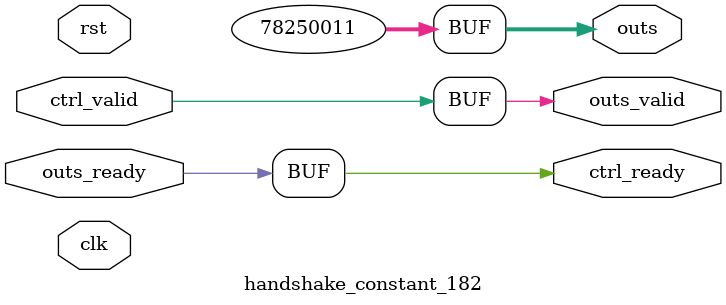
<source format=v>
`timescale 1ns / 1ps
module handshake_constant_182 #(
  parameter DATA_WIDTH = 32  // Default set to 32 bits
) (
  input                       clk,
  input                       rst,
  // Input Channel
  input                       ctrl_valid,
  output                      ctrl_ready,
  // Output Channel
  output [DATA_WIDTH - 1 : 0] outs,
  output                      outs_valid,
  input                       outs_ready
);
  assign outs       = 28'b0100101010100000000000011011;
  assign outs_valid = ctrl_valid;
  assign ctrl_ready = outs_ready;

endmodule

</source>
